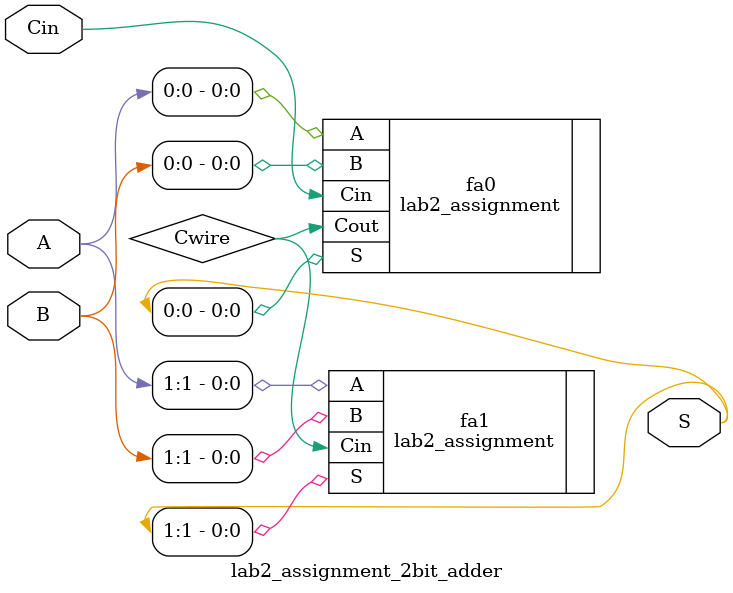
<source format=v>
`timescale 1ns / 1ps


module lab2_assignment_2bit_adder(
    input [1:0] A,
    input [1:0] B,
    input Cin,
    output [1:0] S
  
    );
    
    wire Cwire;
    
    lab2_assignment fa0(.A(A[0]), .B(B[0]), .Cin(Cin), .S(S[0]), .Cout(Cwire));
    lab2_assignment fa1(.A(A[1]), .B(B[1]), .Cin(Cwire), .S(S[1]));
    
endmodule

</source>
